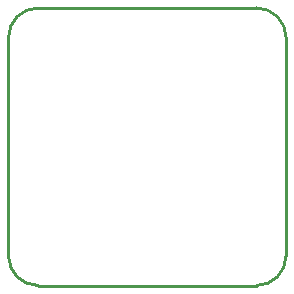
<source format=gbr>
G04 (created by PCBNEW (2013-01-27 BZR 3925)-testing) date Sun 27 Jan 2013 04:36:55 PM CET*
%MOIN*%
G04 Gerber Fmt 3.4, Leading zero omitted, Abs format*
%FSLAX34Y34*%
G01*
G70*
G90*
G04 APERTURE LIST*
%ADD10C,3.14961e-06*%
%ADD11C,0.00984252*%
G04 APERTURE END LIST*
G54D10*
G54D11*
X48129Y-33562D02*
X40846Y-33562D01*
X49114Y-41830D02*
X49114Y-34547D01*
X40846Y-42814D02*
X48129Y-42814D01*
X39862Y-34547D02*
X39862Y-41830D01*
X39862Y-41830D02*
G75*
G03X40846Y-42814I984J0D01*
G74*
G01*
X48129Y-42814D02*
G75*
G03X49114Y-41830I0J984D01*
G74*
G01*
X49114Y-34547D02*
G75*
G03X48129Y-33562I-984J0D01*
G74*
G01*
X40846Y-33562D02*
G75*
G03X39862Y-34547I0J-984D01*
G74*
G01*
M02*

</source>
